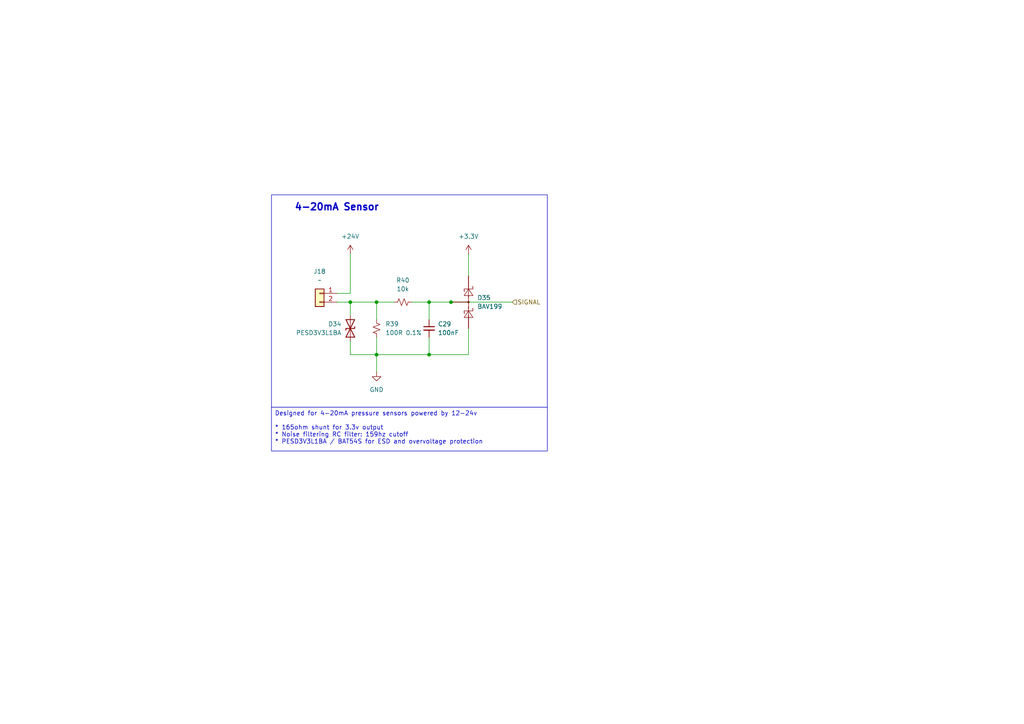
<source format=kicad_sch>
(kicad_sch (version 20250114) (generator "eeschema") (generator_version "9.0")
  (paper "A4")
  (title_block (title "https://github.com/hoeken/brineomatic") (date "2025-08-28") (rev "C"))
  (lib_symbols
    (symbol "Connector_Generic:Conn_01x02" (pin_names (offset 1.016) (hide yes))
      (property "Reference" "J" (at 0 2.54 0))
      (property "Value" "Conn_01x02" (at 0 -5.08 0))
      (symbol "Conn_01x02_1_1"
        (rectangle (start -1.27 1.27) (end 1.27 -3.81) (stroke (width 0.254)) (fill (type background)))
        (rectangle (start -1.27 0.127) (end 0 -0.127) (stroke (width 0.1524)))
        (rectangle (start -1.27 -2.413) (end 0 -2.667) (stroke (width 0.1524)))
        (pin passive line (at -5.08 0 0) (length 3.81) (name "Pin_1") (number "1"))
        (pin passive line (at -5.08 -2.54 0) (length 3.81) (name "Pin_2") (number "2"))
      )
    )
    (symbol "Device:C_Small" (pin_numbers (hide yes)) (pin_names (offset 0.254) (hide yes))
      (property "Reference" "C" (at 0.254 1.778 0))
      (property "Value" "C_Small" (at 0.254 -2.032 0))
      (symbol "C_Small_0_1"
        (polyline (pts (xy -1.524 0.508) (xy 1.524 0.508)) (stroke (width 0.3048)))
        (polyline (pts (xy -1.524 -0.508) (xy 1.524 -0.508)) (stroke (width 0.3302)))
      )
      (symbol "C_Small_1_1"
        (pin passive line (at 0 2.54 270) (length 2.032) (name "~") (number "1"))
        (pin passive line (at 0 -2.54 90) (length 2.032) (name "~") (number "2"))
      )
    )
    (symbol "Device:D_TVS" (pin_numbers (hide yes)) (pin_names (offset 1.016) (hide yes))
      (property "Reference" "D" (at 0 2.54 0))
      (property "Value" "D_TVS" (at 0 -2.54 0))
      (symbol "D_TVS_0_1"
        (polyline (pts (xy -2.54 1.27) (xy -2.54 -1.27) (xy 2.54 1.27) (xy 2.54 -1.27) (xy -2.54 1.27)) (stroke (width 0.254)))
        (polyline (pts (xy 0.508 1.27) (xy 0 1.27) (xy 0 -1.27) (xy -0.508 -1.27)) (stroke (width 0.254)))
        (polyline (pts (xy 1.27 0) (xy -1.27 0)))
      )
      (symbol "D_TVS_1_1"
        (pin passive line (at -3.81 0 0) (length 2.54) (name "A1") (number "1"))
        (pin passive line (at 3.81 0 180) (length 2.54) (name "A2") (number "2"))
      )
    )
    (symbol "Device:R_Small_US" (pin_numbers (hide yes)) (pin_names (offset 0.254) (hide yes))
      (property "Reference" "R" (at 0.762 0.508 0))
      (property "Value" "R_Small_US" (at 0.762 -1.016 0))
      (symbol "R_Small_US_1_1"
        (polyline (pts (xy 0 1.524) (xy 1.016 1.143) (xy 0 0.762) (xy -1.016 0.381) (xy 0 0)))
        (polyline (pts (xy 0 0) (xy 1.016 -0.381) (xy 0 -0.762) (xy -1.016 -1.143) (xy 0 -1.524)))
        (pin passive line (at 0 2.54 270) (length 1.016) (name "~") (number "1"))
        (pin passive line (at 0 -2.54 90) (length 1.016) (name "~") (number "2"))
      )
    )
    (symbol "Diode:BAT54S" (pin_numbers (hide yes)) (pin_names (offset 0) (hide yes))
      (property "Reference" "D" (at 2.54 -5.08 0))
      (property "Value" "BAT54S" (at -6.35 3.175 0))
      (symbol "BAT54S_0_1"
        (polyline (pts (xy -4.445 1.27) (xy -4.445 -1.27) (xy -2.54 0) (xy -4.445 1.27)))
        (polyline (pts (xy -3.81 0) (xy -1.27 0)))
        (polyline (pts (xy -3.175 -1.27) (xy -3.175 -1.016)))
        (polyline (pts (xy -2.54 1.27) (xy -1.905 1.27)))
        (polyline (pts (xy -2.54 -1.27) (xy -3.175 -1.27)))
        (polyline (pts (xy -2.54 -1.27) (xy -2.54 1.27)))
        (polyline (pts (xy -1.905 1.27) (xy -1.905 1.016)))
        (polyline (pts (xy -1.905 0) (xy 1.905 0)))
        (circle (center 0 0) (radius 0.254) (fill (type outline)))
        (polyline (pts (xy 1.27 0) (xy 3.81 0)))
        (polyline (pts (xy 1.905 1.27) (xy 1.905 -1.27) (xy 3.81 0) (xy 1.905 1.27)))
        (polyline (pts (xy 3.175 -1.27) (xy 3.175 -1.016)))
        (polyline (pts (xy 3.81 1.27) (xy 4.445 1.27)))
        (polyline (pts (xy 3.81 -1.27) (xy 3.175 -1.27)))
        (polyline (pts (xy 3.81 -1.27) (xy 3.81 1.27)))
        (polyline (pts (xy 4.445 1.27) (xy 4.445 1.016)))
      )
      (symbol "BAT54S_1_1"
        (pin passive line (at -7.62 0 0) (length 3.81) (name "A") (number "1"))
        (pin passive line (at 0 -5.08 90) (length 5.08) (name "COM") (number "3"))
        (pin passive line (at 7.62 0 180) (length 3.81) (name "K") (number "2"))
      )
    )
    (symbol "power:+24V" (power) (pin_numbers (hide yes)) (pin_names (offset 0) (hide yes))
      (property "Value" "+24V" (at 0 3.556 0))
      (symbol "+24V_0_1"
        (polyline (pts (xy -0.762 1.27) (xy 0 2.54)))
        (polyline (pts (xy 0 2.54) (xy 0.762 1.27)))
        (polyline (pts (xy 0 0) (xy 0 2.54)))
      )
      (symbol "+24V_1_1"
        (pin power_in line (at 0 0 90) (length 0) (name "~") (number "1"))
      )
    )
    (symbol "power:+3.3V" (power) (pin_numbers (hide yes)) (pin_names (offset 0) (hide yes))
      (property "Value" "+3.3V" (at 0 3.556 0))
      (symbol "+3.3V_0_1"
        (polyline (pts (xy -0.762 1.27) (xy 0 2.54)))
        (polyline (pts (xy 0 2.54) (xy 0.762 1.27)))
        (polyline (pts (xy 0 0) (xy 0 2.54)))
      )
      (symbol "+3.3V_1_1"
        (pin power_in line (at 0 0 90) (length 0) (name "~") (number "1"))
      )
    )
    (symbol "power:GND" (power) (pin_numbers (hide yes)) (pin_names (offset 0) (hide yes))
      (property "Value" "GND" (at 0 -3.81 0))
      (symbol "GND_0_1"
        (polyline (pts (xy 0 0) (xy 0 -1.27) (xy 1.27 -1.27) (xy 0 -2.54) (xy -1.27 -1.27) (xy 0 -1.27)))
      )
      (symbol "GND_1_1"
        (pin power_in line (at 0 0 270) (length 0) (name "~") (number "1"))
      )
    )
  )
  (rectangle (start 78.74 56.515) (end 158.75 118.11))
  (text "4-20mA Sensor" (at 85.344 60.198 0) (effects (font (size 2 2) (thickness 0.4) (bold yes)) (justify left)))
  (text_box "Designed for 4-20mA pressure sensors powered by 12-24v\n\n* 165ohm shunt for 3.3v output\n* Noise filtering RC filter: 159hz cutoff\n* PESD3V3L1BA / BAT54S for ESD and overvoltage protection" (at 78.74 118.11 0) (size 80.01 12.7) (margins 0.9525 0.9525 0.9525 0.9525) (effects (font (size 1.27 1.27)) (justify left top)))
  (junction (at 130.81 87.63))
  (junction (at 109.22 87.63))
  (junction (at 124.46 102.87))
  (junction (at 101.6 87.63))
  (junction (at 124.46 87.63))
  (junction (at 109.22 102.87))
  (wire (pts (xy 124.46 87.63) (xy 130.81 87.63)))
  (wire (pts (xy 135.89 73.66) (xy 135.89 80.01)))
  (wire (pts (xy 101.6 87.63) (xy 101.6 91.44)))
  (wire (pts (xy 135.89 102.87) (xy 135.89 95.25)))
  (wire (pts (xy 101.6 102.87) (xy 109.22 102.87)))
  (wire (pts (xy 109.22 102.87) (xy 124.46 102.87)))
  (wire (pts (xy 124.46 102.87) (xy 135.89 102.87)))
  (wire (pts (xy 97.79 87.63) (xy 101.6 87.63)))
  (wire (pts (xy 101.6 73.66) (xy 101.6 85.09)))
  (wire (pts (xy 97.79 85.09) (xy 101.6 85.09)))
  (wire (pts (xy 130.81 87.63) (xy 148.59 87.63)))
  (wire (pts (xy 101.6 99.06) (xy 101.6 102.87)))
  (wire (pts (xy 124.46 87.63) (xy 124.46 92.71)))
  (wire (pts (xy 101.6 87.63) (xy 109.22 87.63)))
  (wire (pts (xy 109.22 87.63) (xy 109.22 92.71)))
  (wire (pts (xy 124.46 97.79) (xy 124.46 102.87)))
  (wire (pts (xy 119.38 87.63) (xy 124.46 87.63)))
  (wire (pts (xy 109.22 107.95) (xy 109.22 102.87)))
  (wire (pts (xy 109.22 97.79) (xy 109.22 102.87)))
  (wire (pts (xy 109.22 87.63) (xy 114.3 87.63)))
  (hierarchical_label "SIGNAL" (shape input) (at 148.59 87.63 0))
  (symbol (lib_id "power:+24V") (at 101.6 73.66 0) (unit 1)
    (property "Reference" "#PWR012" (effects (hide yes)))
    (property "Value" "+24V" (at 101.6 68.58 0))
    (property "Description" "Power symbol creates a global label with name \"+24V\"" (effects (hide yes)))
    (instances (project "brineomatic" (path "" (reference "#PWR044") (unit 1)) (path "" (reference "#PWR012") (unit 1))))
  )
  (symbol (lib_id "power:+3.3V") (at 135.89 73.66 0) (unit 1)
    (property "Reference" "#PWR014" (effects (hide yes)))
    (property "Value" "+3.3V" (at 135.89 68.58 0))
    (property "Description" "Power symbol creates a global label with name \"+3.3V\"" (effects (hide yes)))
    (instances (project "brineomatic" (path "" (reference "#PWR046") (unit 1)) (path "" (reference "#PWR014") (unit 1))))
  )
  (symbol (lib_id "power:GND") (at 109.22 107.95 0) (unit 1)
    (property "Reference" "#PWR013" (effects (hide yes)))
    (property "Value" "GND" (at 109.22 113.03 0))
    (property "Description" "Power symbol creates a global label with name \"GND\" , ground" (effects (hide yes)))
    (instances (project "brineomatic" (path "" (reference "#PWR045") (unit 1)) (path "" (reference "#PWR013") (unit 1))))
  )
  (symbol (lib_id "Diode:BAT54S") (at 135.89 87.63 270) (mirror x) (unit 1)
    (property "Reference" "D4" (at 138.43 86.36 90) (effects (justify left)))
    (property "Value" "BAV199" (at 138.43 88.9 90) (effects (justify left)))
    (property "Footprint" "Package_TO_SOT_SMD:SOT-23" (effects (hide yes)))
    (property "Datasheet" "https://www.lcsc.com/datasheet/C40919.pdf" (effects (hide yes)))
    (property "LCSC" "C40919" (effects (hide yes)))
    (instances (project "brineomatic" (path "" (reference "D35") (unit 1)) (path "" (reference "D4") (unit 1))))
  )
  (symbol (lib_id "Connector_Generic:Conn_01x02") (at 92.71 85.09 0) (mirror y) (unit 1)
    (property "Reference" "J3" (at 92.71 78.74 0))
    (property "Value" "~" (at 92.71 81.28 0))
    (property "Footprint" "Connector_JST:JST_PH_S2B-PH-K_1x02_P2.00mm_Horizontal" (effects (hide yes)))
    (property "Description" "Generic connector, single row, 01x02, script generated (kicad-library-utils/schlib/autogen/connector/)" (effects (hide yes)))
    (property "LCSC" "C173752" (effects (hide yes)))
    (instances (project "brineomatic" (path "" (reference "J18") (unit 1)) (path "" (reference "J3") (unit 1))))
  )
  (symbol (lib_id "Device:R_Small_US") (at 116.84 87.63 90) (unit 1)
    (property "Reference" "R4" (at 116.84 81.28 90))
    (property "Value" "10k" (at 116.84 83.82 90))
    (property "Footprint" "Resistor_SMD:R_0603_1608Metric" (effects (hide yes)))
    (property "Description" "Resistor, small US symbol" (effects (hide yes)))
    (property "LCSC" "C25804" (effects (hide yes)))
    (instances (project "brineomatic" (path "" (reference "R40") (unit 1)) (path "" (reference "R4") (unit 1))))
  )
  (symbol (lib_id "Device:D_TVS") (at 101.6 95.25 270) (mirror x) (unit 1)
    (property "Reference" "D3" (at 99.06 93.9799 90) (effects (justify right)))
    (property "Value" "PESD3V3L1BA" (at 99.06 96.5199 90) (effects (justify right)))
    (property "Footprint" "Diode_SMD:D_SOD-323" (effects (hide yes)))
    (property "Description" "Bidirectional transient-voltage-suppression diode" (effects (hide yes)))
    (property "LCSC" "C2687129" (effects (hide yes)))
    (instances (project "brineomatic" (path "" (reference "D34") (unit 1)) (path "" (reference "D3") (unit 1))))
  )
  (symbol (lib_id "Device:R_Small_US") (at 109.22 95.25 180) (unit 1)
    (property "Reference" "R3" (at 111.76 93.9799 0) (effects (justify right)))
    (property "Value" "100R 0.1%" (at 111.76 96.5199 0) (effects (justify right)))
    (property "Footprint" "Resistor_SMD:R_1206_3216Metric_Pad1.30x1.75mm_HandSolder" (effects (hide yes)))
    (property "Description" "Resistor, small US symbol" (effects (hide yes)))
    (property "LCSC" "C728670" (effects (hide yes)))
    (instances (project "brineomatic" (path "" (reference "R39") (unit 1)) (path "" (reference "R3") (unit 1))))
  )
  (symbol (lib_id "Device:C_Small") (at 124.46 95.25 0) (unit 1)
    (property "Reference" "C1" (at 127 93.9863 0) (effects (justify left)))
    (property "Value" "100nF" (at 127 96.5263 0) (effects (justify left)))
    (property "Footprint" "Capacitor_SMD:C_0603_1608Metric" (effects (hide yes)))
    (property "LCSC" "C14663" (effects (hide yes)))
    (instances (project "brineomatic" (path "" (reference "C29") (unit 1)) (path "" (reference "C1") (unit 1))))
  )
)
</source>
